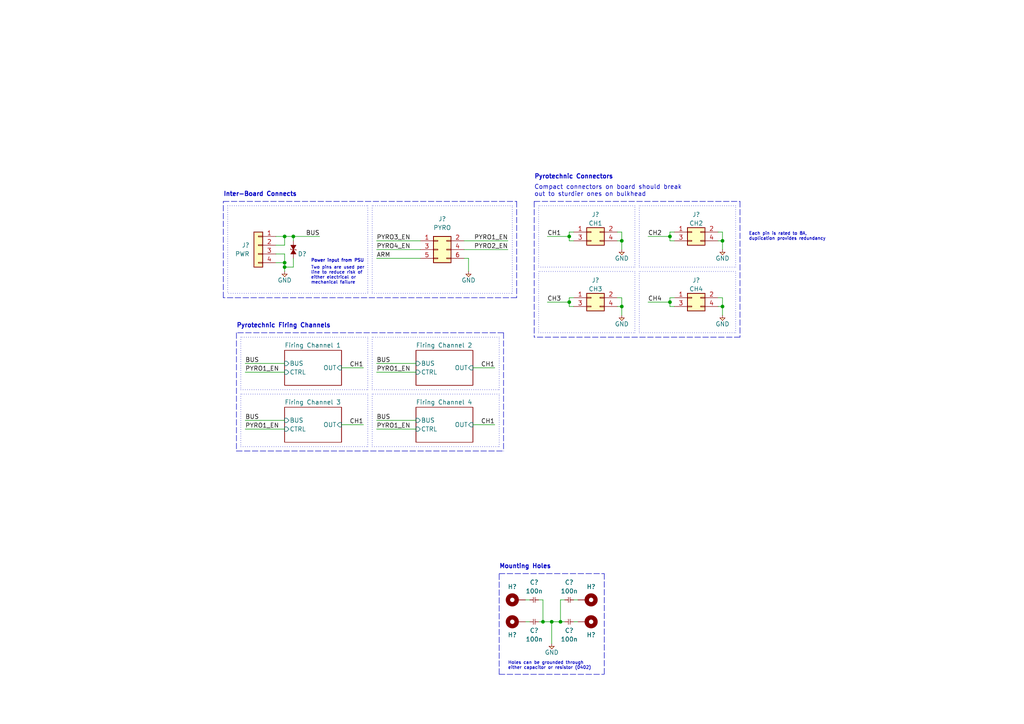
<source format=kicad_sch>
(kicad_sch (version 20211123) (generator eeschema)
  (paper "A4")
  (lib_symbols
    (symbol "Strix:C" (pin_numbers hide) (pin_names (offset 1.016) hide)
      (property "Reference" "C" (at 1.27 1.778 0))
      (property "Value" "C" (at 1.27 -1.778 0))
      (symbol "C_0_1"
        (polyline (pts (xy 1.016 0.762) (xy 1.016 -0.762)))
        (polyline (pts (xy 1.524 0.762) (xy 1.524 -0.762)))
      )
      (symbol "C_1_1"
        (pin passive line (at 0 0 0) (length 1.016) (name "~") (number "1"))
        (pin passive line (at 2.54 0 180) (length 1.016) (name "~") (number "2"))
      )
    )
    (symbol "Strix:Conn_01x04" (pin_names (offset 1.016) hide)
      (property "Reference" "J" (at 0 5.08 0))
      (property "Value" "Conn_01x04" (at 0 -7.62 0))
      (symbol "Conn_01x04_1_1"
        (rectangle (start -1.27 -4.953) (end 0 -5.207) (stroke (width 0.1524)))
        (rectangle (start -1.27 -2.413) (end 0 -2.667) (stroke (width 0.1524)))
        (rectangle (start -1.27 0.127) (end 0 -0.127) (stroke (width 0.1524)))
        (rectangle (start -1.27 2.667) (end 0 2.413) (stroke (width 0.1524)))
        (rectangle (start -1.27 3.81) (end 1.27 -6.35) (stroke (width 0.254)) (fill (type background)))
        (pin passive line (at -5.08 2.54 0) (length 3.81) (name "Pin_1") (number "1"))
        (pin passive line (at -5.08 0 0) (length 3.81) (name "Pin_2") (number "2"))
        (pin passive line (at -5.08 -2.54 0) (length 3.81) (name "Pin_3") (number "3"))
        (pin passive line (at -5.08 -5.08 0) (length 3.81) (name "Pin_4") (number "4"))
      )
    )
    (symbol "Strix:Conn_02x02" (pin_names (offset 1.016) hide)
      (property "Reference" "J" (at 1.27 2.54 0))
      (property "Value" "Conn_02x02" (at 1.27 -5.08 0))
      (symbol "Conn_02x02_1_1"
        (rectangle (start -1.27 -2.413) (end 0 -2.667) (stroke (width 0.1524)))
        (rectangle (start -1.27 0.127) (end 0 -0.127) (stroke (width 0.1524)))
        (rectangle (start -1.27 1.27) (end 3.81 -3.81) (stroke (width 0.254)) (fill (type background)))
        (rectangle (start 3.81 -2.413) (end 2.54 -2.667) (stroke (width 0.1524)))
        (rectangle (start 3.81 0.127) (end 2.54 -0.127) (stroke (width 0.1524)))
        (pin passive line (at -5.08 0 0) (length 3.81) (name "Pin_1") (number "1"))
        (pin passive line (at 7.62 0 180) (length 3.81) (name "Pin_2") (number "2"))
        (pin passive line (at -5.08 -2.54 0) (length 3.81) (name "Pin_3") (number "3"))
        (pin passive line (at 7.62 -2.54 180) (length 3.81) (name "Pin_4") (number "4"))
      )
    )
    (symbol "Strix:Conn_02x03" (pin_names (offset 1.016) hide)
      (property "Reference" "J" (at 1.27 5.08 0))
      (property "Value" "Conn_02x03" (at 1.27 -5.08 0))
      (symbol "Conn_02x03_1_1"
        (rectangle (start -1.27 -2.413) (end 0 -2.667) (stroke (width 0.1524)))
        (rectangle (start -1.27 0.127) (end 0 -0.127) (stroke (width 0.1524)))
        (rectangle (start -1.27 2.667) (end 0 2.413) (stroke (width 0.1524)))
        (rectangle (start -1.27 3.81) (end 3.81 -3.81) (stroke (width 0.254)) (fill (type background)))
        (rectangle (start 3.81 -2.413) (end 2.54 -2.667) (stroke (width 0.1524)))
        (rectangle (start 3.81 0.127) (end 2.54 -0.127) (stroke (width 0.1524)))
        (rectangle (start 3.81 2.667) (end 2.54 2.413) (stroke (width 0.1524)))
        (pin passive line (at -5.08 2.54 0) (length 3.81) (name "Pin_1") (number "1"))
        (pin passive line (at 7.62 2.54 180) (length 3.81) (name "Pin_2") (number "2"))
        (pin passive line (at -5.08 0 0) (length 3.81) (name "Pin_3") (number "3"))
        (pin passive line (at 7.62 0 180) (length 3.81) (name "Pin_4") (number "4"))
        (pin passive line (at -5.08 -2.54 0) (length 3.81) (name "Pin_5") (number "5"))
        (pin passive line (at 7.62 -2.54 180) (length 3.81) (name "Pin_6") (number "6"))
      )
    )
    (symbol "Strix:D_ESD" (pin_numbers hide) (pin_names (offset 0) hide)
      (property "Reference" "D" (at -1.27 2.54 0))
      (symbol "D_ESD_0_1"
        (polyline (pts (xy 0 -0.762) (xy 0.254 -0.762)))
        (polyline (pts (xy 0 0.762) (xy -0.254 0.762)))
        (polyline (pts (xy 0 0.762) (xy 0 -0.762)))
        (polyline (pts (xy 0 0) (xy -1.27 0.762) (xy -1.27 -0.762) (xy 0 0)) (fill (type outline)))
        (polyline (pts (xy 0 0) (xy 1.27 0.762) (xy 1.27 -0.762) (xy 0 0)) (fill (type outline)))
      )
      (symbol "D_ESD_1_1"
        (pin passive line (at -2.54 0 0) (length 1.27) (name "1") (number "1"))
        (pin passive line (at 2.54 0 180) (length 1.27) (name "2") (number "2"))
      )
    )
    (symbol "Strix:GND" (power) (pin_numbers hide) (pin_names (offset 1.016) hide)
      (property "Value" "GND" (at 0 -2.54 0))
      (symbol "GND_0_1"
        (polyline (pts (xy 0 0) (xy 0 -0.762)))
        (polyline (pts (xy -0.762 -0.762) (xy 0.762 -0.762) (xy 0 -1.524) (xy -0.762 -0.762)) (fill (type background)))
      )
      (symbol "GND_1_1"
        (pin power_in line (at 0 0 180) (length 0) hide (name "GND") (number "1"))
      )
    )
    (symbol "Strix:MountingHole_Pad" (pin_numbers hide) (pin_names (offset 1.016) hide)
      (property "Reference" "H" (at 0 6.35 0))
      (property "Value" "MountingHole_Pad" (at 0 4.445 0))
      (symbol "MountingHole_Pad_0_1"
        (circle (center 0 1.27) (radius 1.27) (stroke (width 1.27)))
      )
      (symbol "MountingHole_Pad_1_1"
        (pin input line (at 0 -2.54 90) (length 2.54) (name "1") (number "1"))
      )
    )
  )
  (junction (at 209.55 88.9))
  (junction (at 209.55 69.85))
  (junction (at 82.55 68.58))
  (junction (at 165.1 68.58))
  (junction (at 165.1 87.63))
  (junction (at 82.55 76.2))
  (junction (at 82.55 77.47))
  (junction (at 194.31 87.63))
  (junction (at 180.34 88.9))
  (junction (at 162.56 180.34))
  (junction (at 85.09 68.58))
  (junction (at 157.48 180.34))
  (junction (at 160.02 180.34))
  (junction (at 180.34 69.85))
  (junction (at 194.31 68.58))
  (wire (pts (xy 156.21 173.99) (xy 157.48 173.99)))
  (polyline (pts (xy 184.15 78.74) (xy 156.21 78.74)) (stroke (width 0) (type dot)))
  (wire (pts (xy 109.22 107.95) (xy 120.65 107.95)))
  (wire (pts (xy 85.09 77.47) (xy 82.55 77.47)))
  (wire (pts (xy 82.55 68.58) (xy 80.01 68.58)))
  (wire (pts (xy 179.07 86.36) (xy 180.34 86.36)))
  (wire (pts (xy 194.31 86.36) (xy 195.58 86.36)))
  (polyline (pts (xy 68.58 96.52) (xy 68.58 130.81)))
  (wire (pts (xy 165.1 68.58) (xy 165.1 69.85)))
  (wire (pts (xy 134.62 69.85) (xy 147.32 69.85)))
  (polyline (pts (xy 107.95 59.69) (xy 107.95 85.09)) (stroke (width 0) (type dot)))
  (polyline (pts (xy 144.78 113.03) (xy 144.78 97.79)) (stroke (width 0) (type dot)))
  (polyline (pts (xy 107.95 114.3) (xy 107.95 129.54)) (stroke (width 0) (type dot)))
  (polyline (pts (xy 66.04 59.69) (xy 106.68 59.69)) (stroke (width 0) (type dot)))
  (wire (pts (xy 165.1 87.63) (xy 165.1 88.9)))
  (polyline (pts (xy 184.15 96.52) (xy 184.15 78.74)) (stroke (width 0) (type dot)))
  (wire (pts (xy 99.06 123.19) (xy 105.41 123.19)))
  (wire (pts (xy 80.01 73.66) (xy 82.55 73.66)))
  (wire (pts (xy 152.4 173.99) (xy 153.67 173.99)))
  (wire (pts (xy 71.12 124.46) (xy 82.55 124.46)))
  (polyline (pts (xy 68.58 130.81) (xy 146.05 130.81)))
  (polyline (pts (xy 69.85 129.54) (xy 106.68 129.54)) (stroke (width 0) (type dot)))
  (wire (pts (xy 194.31 87.63) (xy 194.31 86.36)))
  (wire (pts (xy 209.55 69.85) (xy 209.55 72.39)))
  (wire (pts (xy 162.56 173.99) (xy 162.56 180.34)))
  (polyline (pts (xy 106.68 85.09) (xy 66.04 85.09)) (stroke (width 0) (type dot)))
  (wire (pts (xy 165.1 86.36) (xy 166.37 86.36)))
  (polyline (pts (xy 213.36 78.74) (xy 185.42 78.74)) (stroke (width 0) (type dot)))
  (polyline (pts (xy 149.86 58.42) (xy 149.86 86.36)))
  (wire (pts (xy 158.75 68.58) (xy 165.1 68.58)))
  (polyline (pts (xy 144.78 97.79) (xy 107.95 97.79)) (stroke (width 0) (type dot)))
  (polyline (pts (xy 144.78 114.3) (xy 107.95 114.3)) (stroke (width 0) (type dot)))
  (wire (pts (xy 82.55 76.2) (xy 80.01 76.2)))
  (wire (pts (xy 71.12 121.92) (xy 82.55 121.92)))
  (wire (pts (xy 209.55 67.31) (xy 209.55 69.85)))
  (polyline (pts (xy 175.26 166.37) (xy 175.26 195.58)))
  (wire (pts (xy 180.34 69.85) (xy 180.34 72.39)))
  (wire (pts (xy 137.16 106.68) (xy 143.51 106.68)))
  (polyline (pts (xy 185.42 59.69) (xy 185.42 77.47)) (stroke (width 0) (type dot)))
  (polyline (pts (xy 213.36 59.69) (xy 185.42 59.69)) (stroke (width 0) (type dot)))
  (wire (pts (xy 194.31 68.58) (xy 194.31 67.31)))
  (polyline (pts (xy 156.21 96.52) (xy 184.15 96.52)) (stroke (width 0) (type dot)))
  (wire (pts (xy 208.28 67.31) (xy 209.55 67.31)))
  (wire (pts (xy 109.22 69.85) (xy 121.92 69.85)))
  (polyline (pts (xy 156.21 77.47) (xy 184.15 77.47)) (stroke (width 0) (type dot)))
  (wire (pts (xy 187.96 87.63) (xy 194.31 87.63)))
  (wire (pts (xy 82.55 77.47) (xy 82.55 78.74)))
  (wire (pts (xy 208.28 86.36) (xy 209.55 86.36)))
  (wire (pts (xy 71.12 107.95) (xy 82.55 107.95)))
  (wire (pts (xy 162.56 173.99) (xy 163.83 173.99)))
  (wire (pts (xy 180.34 67.31) (xy 180.34 69.85)))
  (wire (pts (xy 82.55 76.2) (xy 82.55 77.47)))
  (wire (pts (xy 194.31 68.58) (xy 194.31 69.85)))
  (polyline (pts (xy 148.59 85.09) (xy 148.59 59.69)) (stroke (width 0) (type dot)))
  (wire (pts (xy 180.34 88.9) (xy 180.34 91.44)))
  (wire (pts (xy 187.96 68.58) (xy 194.31 68.58)))
  (wire (pts (xy 180.34 69.85) (xy 179.07 69.85)))
  (wire (pts (xy 82.55 73.66) (xy 82.55 76.2)))
  (polyline (pts (xy 69.85 97.79) (xy 69.85 113.03)) (stroke (width 0) (type dot)))
  (wire (pts (xy 209.55 69.85) (xy 208.28 69.85)))
  (wire (pts (xy 157.48 180.34) (xy 160.02 180.34)))
  (wire (pts (xy 166.37 88.9) (xy 165.1 88.9)))
  (polyline (pts (xy 154.94 58.42) (xy 214.63 58.42)))
  (wire (pts (xy 109.22 74.93) (xy 121.92 74.93)))
  (polyline (pts (xy 64.77 58.42) (xy 149.86 58.42)))
  (polyline (pts (xy 213.36 96.52) (xy 213.36 78.74)) (stroke (width 0) (type dot)))
  (wire (pts (xy 99.06 106.68) (xy 105.41 106.68)))
  (wire (pts (xy 209.55 86.36) (xy 209.55 88.9)))
  (wire (pts (xy 195.58 69.85) (xy 194.31 69.85)))
  (wire (pts (xy 195.58 88.9) (xy 194.31 88.9)))
  (polyline (pts (xy 184.15 77.47) (xy 184.15 59.69)) (stroke (width 0) (type dot)))
  (polyline (pts (xy 146.05 96.52) (xy 146.05 130.81)))
  (wire (pts (xy 209.55 88.9) (xy 208.28 88.9)))
  (polyline (pts (xy 69.85 114.3) (xy 69.85 129.54)) (stroke (width 0) (type dot)))
  (wire (pts (xy 166.37 173.99) (xy 167.64 173.99)))
  (wire (pts (xy 109.22 124.46) (xy 120.65 124.46)))
  (polyline (pts (xy 144.78 166.37) (xy 175.26 166.37)))
  (wire (pts (xy 71.12 105.41) (xy 82.55 105.41)))
  (polyline (pts (xy 214.63 58.42) (xy 214.63 97.79)))
  (polyline (pts (xy 156.21 59.69) (xy 156.21 77.47)) (stroke (width 0) (type dot)))
  (polyline (pts (xy 107.95 129.54) (xy 144.78 129.54)) (stroke (width 0) (type dot)))
  (polyline (pts (xy 106.68 114.3) (xy 69.85 114.3)) (stroke (width 0) (type dot)))
  (wire (pts (xy 166.37 69.85) (xy 165.1 69.85)))
  (wire (pts (xy 194.31 87.63) (xy 194.31 88.9)))
  (polyline (pts (xy 106.68 97.79) (xy 69.85 97.79)) (stroke (width 0) (type dot)))
  (wire (pts (xy 135.89 78.74) (xy 135.89 74.93)))
  (polyline (pts (xy 213.36 77.47) (xy 213.36 59.69)) (stroke (width 0) (type dot)))
  (wire (pts (xy 156.21 180.34) (xy 157.48 180.34)))
  (polyline (pts (xy 66.04 59.69) (xy 66.04 85.09)) (stroke (width 0) (type dot)))
  (wire (pts (xy 109.22 72.39) (xy 121.92 72.39)))
  (polyline (pts (xy 144.78 129.54) (xy 144.78 114.3)) (stroke (width 0) (type dot)))
  (polyline (pts (xy 107.95 85.09) (xy 148.59 85.09)) (stroke (width 0) (type dot)))
  (wire (pts (xy 160.02 180.34) (xy 162.56 180.34)))
  (wire (pts (xy 157.48 173.99) (xy 157.48 180.34)))
  (polyline (pts (xy 106.68 129.54) (xy 106.68 114.3)) (stroke (width 0) (type dot)))
  (polyline (pts (xy 69.85 113.03) (xy 106.68 113.03)) (stroke (width 0) (type dot)))
  (wire (pts (xy 135.89 74.93) (xy 134.62 74.93)))
  (wire (pts (xy 166.37 180.34) (xy 167.64 180.34)))
  (polyline (pts (xy 184.15 59.69) (xy 156.21 59.69)) (stroke (width 0) (type dot)))
  (wire (pts (xy 160.02 186.69) (xy 160.02 180.34)))
  (wire (pts (xy 82.55 68.58) (xy 82.55 71.12)))
  (polyline (pts (xy 185.42 77.47) (xy 213.36 77.47)) (stroke (width 0) (type dot)))
  (wire (pts (xy 137.16 123.19) (xy 143.51 123.19)))
  (polyline (pts (xy 106.68 113.03) (xy 106.68 97.79)) (stroke (width 0) (type dot)))
  (polyline (pts (xy 185.42 78.74) (xy 185.42 96.52)) (stroke (width 0) (type dot)))
  (wire (pts (xy 109.22 121.92) (xy 120.65 121.92)))
  (wire (pts (xy 180.34 86.36) (xy 180.34 88.9)))
  (wire (pts (xy 85.09 68.58) (xy 82.55 68.58)))
  (wire (pts (xy 158.75 87.63) (xy 165.1 87.63)))
  (wire (pts (xy 180.34 88.9) (xy 179.07 88.9)))
  (polyline (pts (xy 148.59 59.69) (xy 107.95 59.69)) (stroke (width 0) (type dot)))
  (polyline (pts (xy 144.78 195.58) (xy 144.78 166.37)))
  (wire (pts (xy 194.31 67.31) (xy 195.58 67.31)))
  (polyline (pts (xy 107.95 113.03) (xy 144.78 113.03)) (stroke (width 0) (type dot)))
  (wire (pts (xy 179.07 67.31) (xy 180.34 67.31)))
  (polyline (pts (xy 154.94 58.42) (xy 154.94 97.79)))
  (polyline (pts (xy 149.86 86.36) (xy 64.77 86.36)))
  (wire (pts (xy 165.1 67.31) (xy 166.37 67.31)))
  (polyline (pts (xy 106.68 59.69) (xy 106.68 85.09)) (stroke (width 0) (type dot)))
  (wire (pts (xy 85.09 68.58) (xy 92.71 68.58)))
  (wire (pts (xy 209.55 88.9) (xy 209.55 91.44)))
  (polyline (pts (xy 156.21 78.74) (xy 156.21 96.52)) (stroke (width 0) (type dot)))
  (wire (pts (xy 80.01 71.12) (xy 82.55 71.12)))
  (wire (pts (xy 165.1 87.63) (xy 165.1 86.36)))
  (wire (pts (xy 165.1 68.58) (xy 165.1 67.31)))
  (wire (pts (xy 152.4 180.34) (xy 153.67 180.34)))
  (wire (pts (xy 147.32 72.39) (xy 134.62 72.39)))
  (polyline (pts (xy 144.78 195.58) (xy 175.26 195.58)))
  (polyline (pts (xy 185.42 96.52) (xy 213.36 96.52)) (stroke (width 0) (type dot)))
  (polyline (pts (xy 107.95 97.79) (xy 107.95 113.03)) (stroke (width 0) (type dot)))
  (polyline (pts (xy 64.77 86.36) (xy 64.77 58.42)))
  (polyline (pts (xy 146.05 96.52) (xy 68.58 96.52)))
  (wire (pts (xy 162.56 180.34) (xy 163.83 180.34)))
  (wire (pts (xy 85.09 69.85) (xy 85.09 68.58)))
  (polyline (pts (xy 214.63 97.79) (xy 154.94 97.79)))
  (wire (pts (xy 85.09 74.93) (xy 85.09 77.47)))
  (wire (pts (xy 109.22 105.41) (xy 120.65 105.41)))
  (text "Two pins are used per\nline to reduce risk of\neither electrical or\nmechanical failure" (at 90.17 82.55 0) (effects (font (size 0.9 0.9)) (justify left bottom)))
  (text "Pyrotechnic Firing Channels" (at 68.58 95.25 0) (effects (font (size 1.27 1.27) (thickness 0.254) bold) (justify left bottom)))
  (text "Power input from PSU" (at 90.17 76.2 0) (effects (font (size 0.9 0.9) (thickness 0.18) bold) (justify left bottom)))
  (text "Mounting Holes" (at 144.78 165.1 0) (effects (font (size 1.27 1.27) (thickness 0.254) bold) (justify left bottom)))
  (text "Compact connectors on board should break\nout to sturdier ones on bulkhead" (at 154.94 57.15 0) (effects (font (size 1.27 1.27)) (justify left bottom)))
  (text "Each pin is rated to 8A,\nduplication provides redundancy" (at 217.17 69.85 0) (effects (font (size 0.9 0.9)) (justify left bottom)))
  (text "Holes can be grounded through\neither capacitor or resistor (0402)" (at 147.32 194.31 0) (effects (font (size 0.9 0.9)) (justify left bottom)))
  (text "Inter-Board Connects" (at 64.77 57.15 0) (effects (font (size 1.27 1.27) (thickness 0.254) bold) (justify left bottom)))
  (text "Pyrotechnic Connectors" (at 154.94 52.07 0) (effects (font (size 1.27 1.27) (thickness 0.254) bold) (justify left bottom)))
  (label "CH1" (at 143.51 106.68 180))
  (label "PYRO1_EN" (at 71.12 124.46 0))
  (label "BUS" (at 109.22 121.92 0))
  (label "CH1" (at 158.75 68.58 0))
  (label "CH1" (at 105.41 123.19 180))
  (label "PYRO3_EN" (at 109.22 69.85 0))
  (label "PYRO1_EN" (at 109.22 124.46 0))
  (label "CH2" (at 187.96 68.58 0))
  (label "PYRO1_EN" (at 109.22 107.95 0))
  (label "BUS" (at 92.71 68.58 180))
  (label "CH1" (at 105.41 106.68 180))
  (label "BUS" (at 109.22 105.41 0))
  (label "PYRO4_EN" (at 109.22 72.39 0))
  (label "PYRO2_EN" (at 147.32 72.39 180))
  (label "CH4" (at 187.96 87.63 0))
  (label "BUS" (at 71.12 105.41 0))
  (label "BUS" (at 71.12 121.92 0))
  (label "CH3" (at 158.75 87.63 0))
  (label "PYRO1_EN" (at 71.12 107.95 0))
  (label "ARM" (at 109.22 74.93 0))
  (label "PYRO1_EN" (at 147.32 69.85 180))
  (label "CH1" (at 143.51 123.19 180))
  (symbol (lib_id "Strix:C") (at 166.37 180.34 180) (unit 1)
    (property "Reference" "C?" (at 165.1 182.88 0))
    (property "Value" "100n" (at 165.1 185.42 0))
    (property "Footprint" "Strix:C_0402" (effects hide))
    (property "Farnell" "2496771" (effects hide))
  )
  (symbol (lib_id "Strix:MountingHole_Pad") (at 149.86 173.99 90) (unit 1)
    (property "Reference" "H?" (at 148.59 170.18 90))
    (property "Value" "MountingHole_Pad" (effects hide))
    (property "Footprint" "Strix:MountingHole_Pad" (effects hide))
  )
  (symbol (lib_id "Strix:Conn_02x02") (at 171.45 67.31 0) (unit 1)
    (property "Reference" "J?" (at 172.72 62.23 0))
    (property "Value" "CH1" (at 172.72 64.77 0))
  )
  (symbol (lib_id "Strix:GND") (at 209.55 91.44 0) (unit 1)
    (property "Reference" "#PWR?" (effects hide))
    (property "Value" "GND" (at 209.55 93.98 0))
  )
  (symbol (lib_id "Strix:Conn_01x04") (at 74.93 71.12 0) (mirror y) (unit 1)
    (property "Reference" "J?" (at 72.39 71.1199 0) (effects (justify left)))
    (property "Value" "PWR" (at 72.39 73.6599 0) (effects (justify left)))
    (property "Footprint" "Strix:Molex_Nano-Fit_105313-1104" (effects hide))
  )
  (symbol (lib_id "Strix:GND") (at 180.34 91.44 0) (unit 1)
    (property "Reference" "#PWR?" (effects hide))
    (property "Value" "GND" (at 180.34 93.98 0))
  )
  (symbol (lib_id "Strix:GND") (at 209.55 72.39 0) (unit 1)
    (property "Reference" "#PWR?" (effects hide))
    (property "Value" "GND" (at 209.55 74.93 0))
  )
  (symbol (lib_id "Strix:GND") (at 160.02 186.69 0) (unit 1)
    (property "Reference" "#PWR?" (effects hide))
    (property "Value" "GND" (at 160.02 189.23 0))
  )
  (symbol (lib_id "Strix:GND") (at 180.34 72.39 0) (unit 1)
    (property "Reference" "#PWR?" (effects hide))
    (property "Value" "GND" (at 180.34 74.93 0))
  )
  (symbol (lib_id "Strix:Conn_02x02") (at 200.66 86.36 0) (unit 1)
    (property "Reference" "J?" (at 201.93 81.28 0))
    (property "Value" "CH4" (at 201.93 83.82 0))
  )
  (symbol (lib_id "Strix:Conn_02x03") (at 127 72.39 0) (unit 1)
    (property "Reference" "J?" (at 128.27 63.5 0))
    (property "Value" "PYRO" (at 128.27 66.04 0))
  )
  (symbol (lib_id "Strix:C") (at 156.21 180.34 180) (unit 1)
    (property "Reference" "C?" (at 154.94 182.88 0))
    (property "Value" "100n" (at 154.94 185.42 0))
    (property "Footprint" "Strix:C_0402" (effects hide))
    (property "Farnell" "2496771" (effects hide))
  )
  (symbol (lib_id "Strix:D_ESD") (at 85.09 72.39 270) (mirror x) (unit 1)
    (property "Reference" "D?" (at 86.36 73.66 90) (effects (justify left)))
    (property "Value" "D_ESD" (effects hide))
    (property "Footprint" "Strix:D_0402" (effects hide))
    (property "Farnell" "2368169" (effects hide))
  )
  (symbol (lib_id "Strix:MountingHole_Pad") (at 149.86 180.34 90) (unit 1)
    (property "Reference" "H?" (at 148.59 184.15 90))
    (property "Value" "MountingHole_Pad" (effects hide))
    (property "Footprint" "Strix:MountingHole_Pad" (effects hide))
  )
  (symbol (lib_id "Strix:Conn_02x02") (at 200.66 67.31 0) (unit 1)
    (property "Reference" "J?" (at 201.93 62.23 0))
    (property "Value" "CH2" (at 201.93 64.77 0))
  )
  (symbol (lib_id "Strix:C") (at 166.37 173.99 180) (unit 1)
    (property "Reference" "C?" (at 165.1 168.91 0))
    (property "Value" "100n" (at 165.1 171.45 0))
    (property "Footprint" "Strix:C_0402" (effects hide))
    (property "Farnell" "2496771" (effects hide))
  )
  (symbol (lib_id "Strix:MountingHole_Pad") (at 170.18 180.34 270) (unit 1)
    (property "Reference" "H?" (at 171.45 184.15 90))
    (property "Value" "MountingHole_Pad" (effects hide))
    (property "Footprint" "Strix:MountingHole_Pad" (effects hide))
  )
  (symbol (lib_id "Strix:Conn_02x02") (at 171.45 86.36 0) (unit 1)
    (property "Reference" "J?" (at 172.72 81.28 0))
    (property "Value" "CH3" (at 172.72 83.82 0))
  )
  (symbol (lib_id "Strix:MountingHole_Pad") (at 170.18 173.99 270) (unit 1)
    (property "Reference" "H?" (at 171.45 170.18 90))
    (property "Value" "MountingHole_Pad" (effects hide))
    (property "Footprint" "Strix:MountingHole_Pad" (effects hide))
  )
  (symbol (lib_id "Strix:C") (at 156.21 173.99 180) (unit 1)
    (property "Reference" "C?" (at 154.94 168.91 0))
    (property "Value" "100n" (at 154.94 171.45 0))
    (property "Footprint" "Strix:C_0402" (effects hide))
    (property "Farnell" "2496771" (effects hide))
  )
  (symbol (lib_id "Strix:GND") (at 135.89 78.74 0) (unit 1)
    (property "Reference" "#PWR?" (effects hide))
    (property "Value" "GND" (at 135.89 81.28 0))
  )
  (symbol (lib_id "Strix:GND") (at 82.55 78.74 0) (unit 1)
    (property "Reference" "#PWR?" (effects hide))
    (property "Value" "GND" (at 82.55 81.28 0))
  )
  (sheet (at 82.55 118.11) (size 16.51 10.16) (stroke (width 0.1524))
    (property "Sheet name" "Firing Channel 3" (at 82.55 117.3984 0) (effects (justify left bottom)))
    (property "Sheet file" "firing_channel.kicad_sch" (effects hide))
    (pin "OUT" input (at 99.06 123.19 0))
    (pin "CTRL" input (at 82.55 124.46 180))
    (pin "BUS" input (at 82.55 121.92 180))
  )
  (sheet (at 120.65 101.6) (size 16.51 10.16) (stroke (width 0.1524))
    (property "Sheet name" "Firing Channel 2" (at 120.65 100.8884 0) (effects (justify left bottom)))
    (property "Sheet file" "firing_channel.kicad_sch" (effects hide))
    (pin "OUT" input (at 137.16 106.68 0))
    (pin "CTRL" input (at 120.65 107.95 180))
    (pin "BUS" input (at 120.65 105.41 180))
  )
  (sheet (at 82.55 101.6) (size 16.51 10.16) (stroke (width 0.1524))
    (property "Sheet name" "Firing Channel 1" (at 82.55 100.8884 0) (effects (justify left bottom)))
    (property "Sheet file" "firing_channel.kicad_sch" (effects hide))
    (pin "OUT" input (at 99.06 106.68 0))
    (pin "CTRL" input (at 82.55 107.95 180))
    (pin "BUS" input (at 82.55 105.41 180))
  )
  (sheet (at 120.65 118.11) (size 16.51 10.16) (stroke (width 0.1524))
    (property "Sheet name" "Firing Channel 4" (at 120.65 117.3984 0) (effects (justify left bottom)))
    (property "Sheet file" "firing_channel.kicad_sch" (effects hide))
    (pin "OUT" input (at 137.16 123.19 0))
    (pin "CTRL" input (at 120.65 124.46 180))
    (pin "BUS" input (at 120.65 121.92 180))
  )
)
</source>
